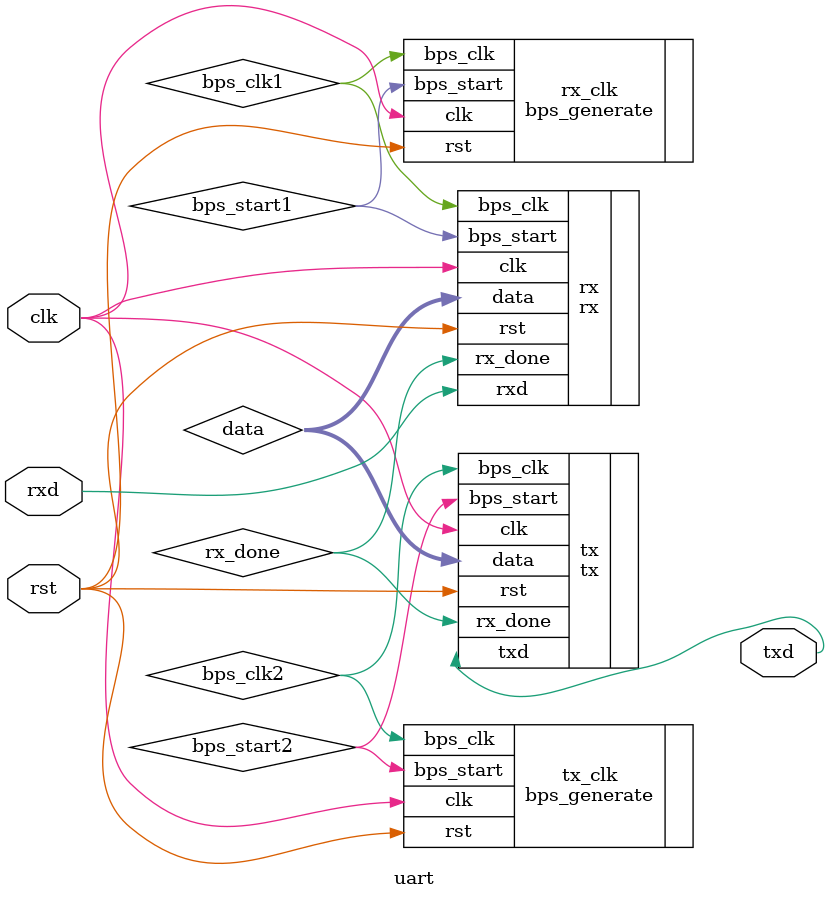
<source format=v>
`timescale 1ns / 1ps
module uart(clk,rst,rxd,txd
    );
	 input clk;
	 input rst;
	 input rxd;

	 output txd;

	 wire bps_start1,bps_start2;
	 wire bps_clk1,bps_clk2;
	 wire rx_done;//Êý¾Ý½ÓÊÕÍê±ÏÐÅºÅ£¬ÓÉrxÊä³öµ½tx£¬rx½ÓÊÕÊý¾ÝÓÉtx·¢ËÍ³öÈ¥
	 wire[7:0] data;//Êý¾Ý¼Ä´æÆ÷

	 bps_generate rx_clk(
	 	.clk(clk),
	 	.rst(rst),
	 	.bps_start(bps_start1),
	 	.bps_clk(bps_clk1)
	 	);

	 rx rx(
	 	.clk(clk),
	 	.rst(rst),
	 	.rxd(rxd),
	 	.bps_clk(bps_clk1),
	 	.bps_start(bps_start1),
	 	.rx_done(rx_done),
	 	.data(data)
	 	);

	 bps_generate tx_clk(
	 	.clk(clk),
	 	.rst(rst),
	 	.bps_start(bps_start2),
	 	.bps_clk(bps_clk2)
	 	);

	 tx tx(
	 	.clk(clk),
	 	.rst(rst),
	 	.bps_clk(bps_clk2),
	 	.bps_start(bps_start2),
	 	.data(data),
	 	.rx_done(rx_done),
	 	.txd(txd)
	 	);
		
endmodule

</source>
